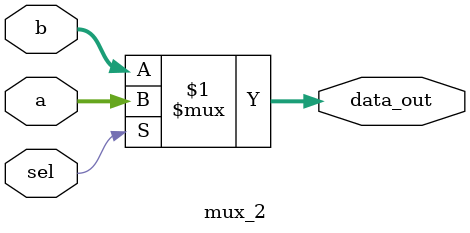
<source format=v>
module mux_2
(
    input [63:0] a, b,
    input sel,
    output [63:0] data_out   
);

assign data_out = sel ? a : b;


endmodule // 
</source>
